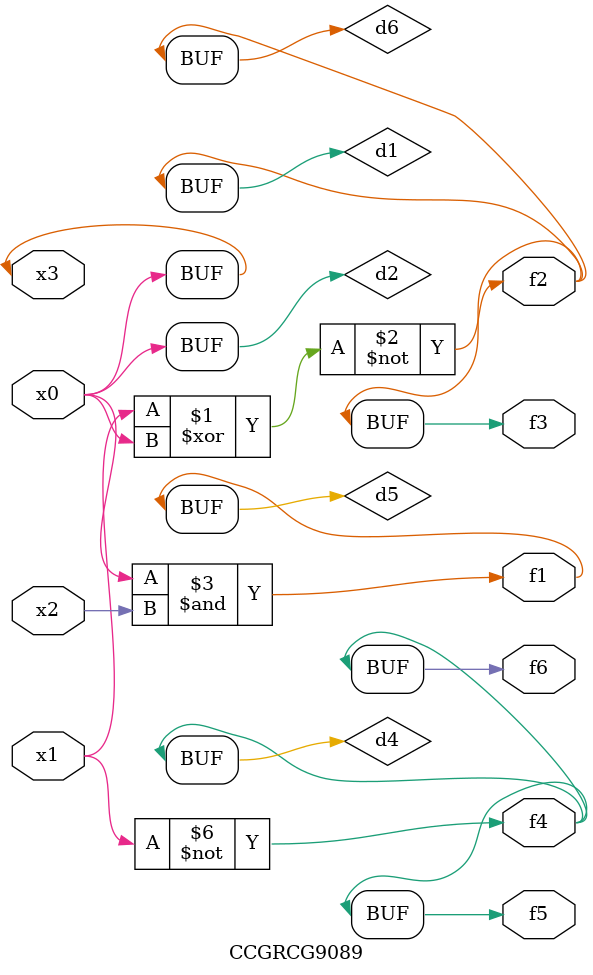
<source format=v>
module CCGRCG9089(
	input x0, x1, x2, x3,
	output f1, f2, f3, f4, f5, f6
);

	wire d1, d2, d3, d4, d5, d6;

	xnor (d1, x1, x3);
	buf (d2, x0, x3);
	nand (d3, x0, x2);
	not (d4, x1);
	nand (d5, d3);
	or (d6, d1);
	assign f1 = d5;
	assign f2 = d6;
	assign f3 = d6;
	assign f4 = d4;
	assign f5 = d4;
	assign f6 = d4;
endmodule

</source>
